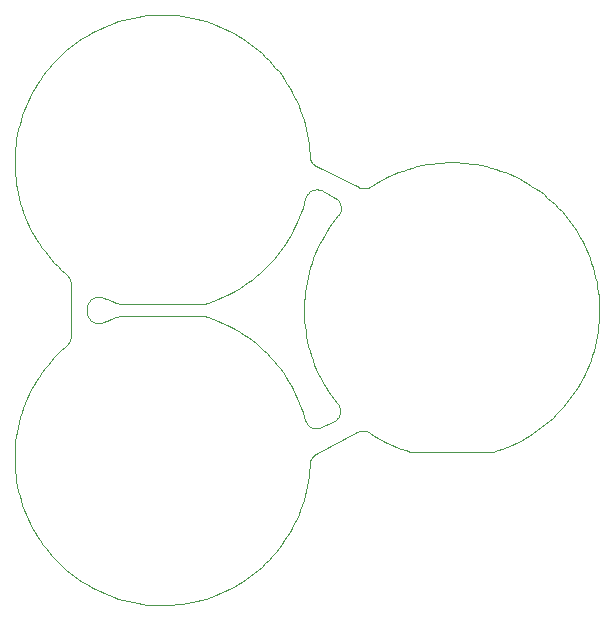
<source format=gko>
%MOIN*%
%OFA0B0*%
%FSLAX44Y44*%
%IPPOS*%
%LPD*%
%ADD10C,0*%
D10*
X00009837Y00004712D02*
X00009837Y00004712D01*
X00009838Y00004733D01*
X00009841Y00004753D01*
X00009844Y00004773D01*
X00009849Y00004793D01*
X00009854Y00004813D01*
X00009861Y00004833D01*
X00009869Y00004852D01*
X00009877Y00004870D01*
X00009887Y00004889D01*
X00009897Y00004906D01*
X00009909Y00004923D01*
X00009921Y00004940D01*
X00009934Y00004956D01*
X00009948Y00004971D01*
X00009963Y00004985D01*
X00009978Y00004999D01*
X00009994Y00005011D01*
X00010011Y00005023D01*
X00010028Y00005034D01*
X00010046Y00005044D01*
X00011426Y00005774D01*
X00011445Y00005783D01*
X00011465Y00005792D01*
X00011485Y00005799D01*
X00011505Y00005805D01*
X00011526Y00005810D01*
X00011547Y00005814D01*
X00011568Y00005817D01*
X00011590Y00005819D01*
X00011611Y00005819D01*
X00011633Y00005819D01*
X00011654Y00005817D01*
X00011675Y00005814D01*
X00011696Y00005810D01*
X00011717Y00005804D01*
X00011738Y00005798D01*
X00011758Y00005791D01*
X00011777Y00005782D01*
X00011796Y00005772D01*
X00011815Y00005762D01*
X00011833Y00005750D01*
X00011845Y00005742D01*
X00011984Y00005653D01*
X00012126Y00005568D01*
X00012271Y00005489D01*
X00012419Y00005414D01*
X00012569Y00005344D01*
X00012721Y00005280D01*
X00012876Y00005220D01*
X00013032Y00005166D01*
X00013190Y00005117D01*
X00015944Y00005118D01*
X00015944Y00005118D01*
X00016102Y00005167D01*
X00016259Y00005221D01*
X00016413Y00005280D01*
X00016565Y00005345D01*
X00016715Y00005415D01*
X00016863Y00005490D01*
X00017008Y00005569D01*
X00017150Y00005654D01*
X00017290Y00005743D01*
X00017426Y00005837D01*
X00017559Y00005935D01*
X00017689Y00006038D01*
X00017815Y00006145D01*
X00017937Y00006256D01*
X00018056Y00006372D01*
X00018171Y00006491D01*
X00018281Y00006614D01*
X00018388Y00006741D01*
X00018490Y00006871D01*
X00018587Y00007005D01*
X00018680Y00007141D01*
X00018769Y00007281D01*
X00018853Y00007424D01*
X00018931Y00007569D01*
X00019005Y00007717D01*
X00019074Y00007868D01*
X00019138Y00008020D01*
X00019197Y00008175D01*
X00019250Y00008332D01*
X00019298Y00008490D01*
X00019341Y00008650D01*
X00019378Y00008811D01*
X00019410Y00008973D01*
X00019437Y00009137D01*
X00019458Y00009301D01*
X00019473Y00009466D01*
X00019483Y00009631D01*
X00019487Y00009796D01*
X00019486Y00009962D01*
X00019479Y00010127D01*
X00019467Y00010292D01*
X00019449Y00010456D01*
X00019426Y00010620D01*
X00019397Y00010783D01*
X00019362Y00010945D01*
X00019323Y00011106D01*
X00019278Y00011265D01*
X00019227Y00011422D01*
X00019171Y00011578D01*
X00019110Y00011732D01*
X00019044Y00011884D01*
X00018973Y00012033D01*
X00018897Y00012180D01*
X00018816Y00012324D01*
X00018730Y00012466D01*
X00018639Y00012604D01*
X00018544Y00012739D01*
X00018445Y00012872D01*
X00018341Y00013000D01*
X00018232Y00013125D01*
X00018120Y00013247D01*
X00018003Y00013364D01*
X00017883Y00013478D01*
X00017759Y00013587D01*
X00017631Y00013692D01*
X00017500Y00013793D01*
X00017366Y00013890D01*
X00017228Y00013981D01*
X00017087Y00014069D01*
X00016944Y00014151D01*
X00016798Y00014228D01*
X00016649Y00014301D01*
X00016498Y00014368D01*
X00016345Y00014431D01*
X00016189Y00014488D01*
X00016032Y00014540D01*
X00015873Y00014587D01*
X00015713Y00014628D01*
X00015552Y00014664D01*
X00015389Y00014694D01*
X00015225Y00014719D01*
X00015061Y00014738D01*
X00014896Y00014752D01*
X00014731Y00014761D01*
X00014566Y00014763D01*
X00014400Y00014760D01*
X00014235Y00014752D01*
X00014070Y00014738D01*
X00013906Y00014719D01*
X00013742Y00014694D01*
X00013579Y00014663D01*
X00013418Y00014627D01*
X00013258Y00014586D01*
X00013099Y00014539D01*
X00012942Y00014487D01*
X00012787Y00014430D01*
X00012633Y00014368D01*
X00012482Y00014300D01*
X00012334Y00014228D01*
X00012188Y00014150D01*
X00012044Y00014068D01*
X00011903Y00013981D01*
X00011870Y00013958D01*
X00011852Y00013947D01*
X00011834Y00013937D01*
X00011816Y00013928D01*
X00011797Y00013920D01*
X00011777Y00013913D01*
X00011758Y00013906D01*
X00011738Y00013901D01*
X00011718Y00013897D01*
X00011697Y00013894D01*
X00011677Y00013893D01*
X00011656Y00013892D01*
X00011635Y00013892D01*
X00011615Y00013893D01*
X00011594Y00013896D01*
X00011574Y00013899D01*
X00011554Y00013904D01*
X00011534Y00013909D01*
X00011515Y00013916D01*
X00011495Y00013924D01*
X00011477Y00013932D01*
X00010056Y00014633D01*
X00010037Y00014643D01*
X00010019Y00014654D01*
X00010002Y00014666D01*
X00009985Y00014678D01*
X00009969Y00014692D01*
X00009954Y00014706D01*
X00009939Y00014722D01*
X00009925Y00014738D01*
X00009912Y00014754D01*
X00009900Y00014772D01*
X00009889Y00014790D01*
X00009879Y00014808D01*
X00009870Y00014827D01*
X00009862Y00014847D01*
X00009855Y00014867D01*
X00009849Y00014887D01*
X00009845Y00014908D01*
X00009841Y00014928D01*
X00009838Y00014949D01*
X00009837Y00014970D01*
X00009834Y00015048D01*
X00009821Y00015213D01*
X00009804Y00015378D01*
X00009780Y00015541D01*
X00009751Y00015704D01*
X00009717Y00015866D01*
X00009677Y00016027D01*
X00009632Y00016186D01*
X00009581Y00016344D01*
X00009526Y00016499D01*
X00009465Y00016653D01*
X00009399Y00016805D01*
X00009327Y00016954D01*
X00009251Y00017101D01*
X00009170Y00017245D01*
X00009084Y00017387D01*
X00008994Y00017525D01*
X00008899Y00017661D01*
X00008799Y00017793D01*
X00008695Y00017921D01*
X00008587Y00018047D01*
X00008474Y00018168D01*
X00008358Y00018285D01*
X00008237Y00018399D01*
X00008113Y00018508D01*
X00007986Y00018614D01*
X00007854Y00018715D01*
X00007720Y00018811D01*
X00007582Y00018903D01*
X00007442Y00018990D01*
X00007298Y00019072D01*
X00007152Y00019150D01*
X00007003Y00019222D01*
X00006852Y00019290D01*
X00006699Y00019352D01*
X00006544Y00019409D01*
X00006387Y00019461D01*
X00006228Y00019508D01*
X00006068Y00019549D01*
X00005906Y00019585D01*
X00005743Y00019615D01*
X00005580Y00019640D01*
X00005415Y00019660D01*
X00005251Y00019673D01*
X00005085Y00019682D01*
X00004920Y00019685D01*
X00004754Y00019682D01*
X00004589Y00019673D01*
X00004424Y00019659D01*
X00004260Y00019640D01*
X00004096Y00019615D01*
X00003934Y00019585D01*
X00003772Y00019549D01*
X00003612Y00019507D01*
X00003453Y00019461D01*
X00003296Y00019409D01*
X00003141Y00019351D01*
X00002988Y00019289D01*
X00002837Y00019221D01*
X00002688Y00019149D01*
X00002542Y00019071D01*
X00002398Y00018989D01*
X00002258Y00018902D01*
X00002120Y00018810D01*
X00001986Y00018713D01*
X00001855Y00018613D01*
X00001727Y00018507D01*
X00001603Y00018398D01*
X00001483Y00018284D01*
X00001366Y00018167D01*
X00001254Y00018045D01*
X00001145Y00017920D01*
X00001041Y00017791D01*
X00000942Y00017659D01*
X00000847Y00017524D01*
X00000756Y00017385D01*
X00000670Y00017244D01*
X00000589Y00017100D01*
X00000513Y00016953D01*
X00000442Y00016803D01*
X00000376Y00016652D01*
X00000315Y00016498D01*
X00000260Y00016342D01*
X00000209Y00016184D01*
X00000164Y00016025D01*
X00000124Y00015865D01*
X00000090Y00015703D01*
X00000061Y00015540D01*
X00000038Y00015376D01*
X00000020Y00015211D01*
X00000008Y00015046D01*
X00000001Y00014881D01*
X00000000Y00014716D01*
X00000004Y00014550D01*
X00000014Y00014385D01*
X00000030Y00014220D01*
X00000051Y00014056D01*
X00000077Y00013893D01*
X00000109Y00013731D01*
X00000147Y00013569D01*
X00000189Y00013410D01*
X00000238Y00013251D01*
X00000291Y00013095D01*
X00000350Y00012940D01*
X00000414Y00012787D01*
X00000483Y00012637D01*
X00000557Y00012489D01*
X00000635Y00012344D01*
X00000719Y00012201D01*
X00000808Y00012061D01*
X00000901Y00011924D01*
X00000999Y00011791D01*
X00001101Y00011661D01*
X00001207Y00011534D01*
X00001318Y00011411D01*
X00001433Y00011292D01*
X00001551Y00011176D01*
X00001674Y00011065D01*
X00001730Y00011017D01*
X00001730Y00011017D01*
X00001743Y00011006D01*
X00001756Y00010994D01*
X00001767Y00010981D01*
X00001778Y00010969D01*
X00001789Y00010955D01*
X00001799Y00010941D01*
X00001809Y00010927D01*
X00001817Y00010913D01*
X00001826Y00010898D01*
X00001833Y00010882D01*
X00001840Y00010867D01*
X00001846Y00010851D01*
X00001851Y00010835D01*
X00001856Y00010818D01*
X00001860Y00010802D01*
X00001864Y00010785D01*
X00001866Y00010768D01*
X00001868Y00010751D01*
X00001869Y00010734D01*
X00001869Y00010717D01*
X00001869Y00008967D01*
X00001869Y00008950D01*
X00001868Y00008933D01*
X00001866Y00008916D01*
X00001863Y00008899D01*
X00001860Y00008882D01*
X00001856Y00008866D01*
X00001851Y00008849D01*
X00001846Y00008833D01*
X00001840Y00008817D01*
X00001833Y00008802D01*
X00001825Y00008786D01*
X00001817Y00008771D01*
X00001808Y00008757D01*
X00001799Y00008743D01*
X00001789Y00008729D01*
X00001778Y00008715D01*
X00001767Y00008703D01*
X00001755Y00008690D01*
X00001743Y00008678D01*
X00001730Y00008667D01*
X00001672Y00008618D01*
X00001550Y00008506D01*
X00001431Y00008391D01*
X00001317Y00008272D01*
X00001206Y00008149D01*
X00001100Y00008022D01*
X00000998Y00007892D01*
X00000900Y00007758D01*
X00000807Y00007621D01*
X00000718Y00007482D01*
X00000635Y00007339D01*
X00000556Y00007193D01*
X00000482Y00007045D01*
X00000413Y00006895D01*
X00000349Y00006742D01*
X00000290Y00006588D01*
X00000237Y00006431D01*
X00000189Y00006273D01*
X00000146Y00006113D01*
X00000109Y00005952D01*
X00000077Y00005789D01*
X00000050Y00005626D01*
X00000029Y00005462D01*
X00000014Y00005297D01*
X00000004Y00005132D01*
X00000000Y00004967D01*
X00000001Y00004801D01*
X00000008Y00004636D01*
X00000020Y00004471D01*
X00000038Y00004306D01*
X00000061Y00004143D01*
X00000090Y00003980D01*
X00000125Y00003818D01*
X00000164Y00003657D01*
X00000210Y00003498D01*
X00000260Y00003340D01*
X00000316Y00003185D01*
X00000377Y00003031D01*
X00000443Y00002879D01*
X00000514Y00002730D01*
X00000590Y00002583D01*
X00000671Y00002439D01*
X00000757Y00002297D01*
X00000848Y00002159D01*
X00000943Y00002023D01*
X00001043Y00001891D01*
X00001147Y00001763D01*
X00001255Y00001637D01*
X00001367Y00001516D01*
X00001484Y00001399D01*
X00001604Y00001285D01*
X00001728Y00001176D01*
X00001856Y00001070D01*
X00001987Y00000970D01*
X00002122Y00000873D01*
X00002259Y00000781D01*
X00002400Y00000694D01*
X00002543Y00000612D01*
X00002690Y00000534D01*
X00002838Y00000462D01*
X00002989Y00000394D01*
X00003143Y00000332D01*
X00003298Y00000275D01*
X00003455Y00000223D01*
X00003614Y00000176D01*
X00003774Y00000135D01*
X00003936Y00000099D01*
X00004098Y00000069D01*
X00004262Y00000044D01*
X00004426Y00000024D01*
X00004591Y00000011D01*
X00004756Y00000002D01*
X00004922Y00000000D01*
X00005087Y00000002D01*
X00005252Y00000011D01*
X00005417Y00000025D01*
X00005582Y00000044D01*
X00005745Y00000069D01*
X00005908Y00000099D01*
X00006069Y00000135D01*
X00006229Y00000177D01*
X00006388Y00000223D01*
X00006545Y00000275D01*
X00006701Y00000333D01*
X00006854Y00000395D01*
X00007005Y00000463D01*
X00007153Y00000535D01*
X00007300Y00000613D01*
X00007443Y00000695D01*
X00007584Y00000782D01*
X00007721Y00000874D01*
X00007856Y00000971D01*
X00007987Y00001071D01*
X00008115Y00001177D01*
X00008239Y00001286D01*
X00008359Y00001400D01*
X00008475Y00001517D01*
X00008588Y00001639D01*
X00008696Y00001764D01*
X00008800Y00001893D01*
X00008900Y00002025D01*
X00008995Y00002160D01*
X00009085Y00002299D01*
X00009171Y00002440D01*
X00009252Y00002584D01*
X00009328Y00002731D01*
X00009399Y00002881D01*
X00009465Y00003032D01*
X00009526Y00003186D01*
X00009582Y00003342D01*
X00009632Y00003500D01*
X00009677Y00003659D01*
X00009717Y00003819D01*
X00009752Y00003981D01*
X00009780Y00004144D01*
X00009804Y00004308D01*
X00009822Y00004473D01*
X00009834Y00004638D01*
X00009837Y00004712D01*
X00010755Y00006729D02*
X00010755Y00006729D01*
X00010777Y00006700D01*
X00010797Y00006669D01*
X00010813Y00006637D01*
X00010826Y00006603D01*
X00010837Y00006569D01*
X00010844Y00006533D01*
X00010847Y00006497D01*
X00010848Y00006461D01*
X00010845Y00006425D01*
X00010838Y00006390D01*
X00010829Y00006355D01*
X00010816Y00006321D01*
X00010801Y00006288D01*
X00010782Y00006257D01*
X00010761Y00006228D01*
X00010737Y00006201D01*
X00010710Y00006176D01*
X00010682Y00006154D01*
X00010651Y00006135D01*
X00010619Y00006118D01*
X00010221Y00005934D01*
X00010189Y00005921D01*
X00010156Y00005910D01*
X00010123Y00005903D01*
X00010089Y00005899D01*
X00010054Y00005897D01*
X00010020Y00005899D01*
X00009986Y00005903D01*
X00009953Y00005911D01*
X00009920Y00005921D01*
X00009888Y00005934D01*
X00009858Y00005950D01*
X00009829Y00005969D01*
X00009802Y00005990D01*
X00009777Y00006013D01*
X00009754Y00006038D01*
X00009733Y00006065D01*
X00009714Y00006094D01*
X00009698Y00006125D01*
X00009685Y00006156D01*
X00009675Y00006189D01*
X00009652Y00006274D01*
X00009604Y00006433D01*
X00009551Y00006589D01*
X00009492Y00006744D01*
X00009428Y00006897D01*
X00009359Y00007047D01*
X00009285Y00007195D01*
X00009206Y00007340D01*
X00009122Y00007483D01*
X00009034Y00007623D01*
X00008941Y00007760D01*
X00008843Y00007893D01*
X00008741Y00008023D01*
X00008634Y00008150D01*
X00008524Y00008273D01*
X00008409Y00008392D01*
X00008290Y00008508D01*
X00008168Y00008619D01*
X00008042Y00008726D01*
X00007912Y00008829D01*
X00007779Y00008927D01*
X00007643Y00009021D01*
X00007503Y00009110D01*
X00007361Y00009194D01*
X00007216Y00009274D01*
X00007068Y00009349D01*
X00006918Y00009418D01*
X00006766Y00009483D01*
X00006611Y00009542D01*
X00006455Y00009597D01*
X00006297Y00009646D01*
X00003543Y00009645D01*
X00003543Y00009645D01*
X00003385Y00009596D01*
X00003228Y00009542D01*
X00003074Y00009482D01*
X00002958Y00009433D01*
X00002958Y00009433D01*
X00002921Y00009420D01*
X00002884Y00009410D01*
X00002846Y00009404D01*
X00002807Y00009402D01*
X00002768Y00009403D01*
X00002729Y00009409D01*
X00002692Y00009418D01*
X00002655Y00009431D01*
X00002620Y00009448D01*
X00002587Y00009467D01*
X00002555Y00009490D01*
X00002526Y00009516D01*
X00002500Y00009545D01*
X00002477Y00009576D01*
X00002457Y00009610D01*
X00002440Y00009645D01*
X00002427Y00009681D01*
X00002418Y00009719D01*
X00002412Y00009757D01*
X00002410Y00009796D01*
X00002411Y00009889D01*
X00002413Y00009928D01*
X00002418Y00009966D01*
X00002428Y00010004D01*
X00002441Y00010040D01*
X00002458Y00010075D01*
X00002478Y00010108D01*
X00002501Y00010139D01*
X00002527Y00010168D01*
X00002556Y00010194D01*
X00002587Y00010217D01*
X00002620Y00010237D01*
X00002656Y00010253D01*
X00002692Y00010266D01*
X00002730Y00010275D01*
X00002768Y00010281D01*
X00002807Y00010282D01*
X00002846Y00010280D01*
X00002884Y00010274D01*
X00002922Y00010264D01*
X00002958Y00010251D01*
X00003076Y00010201D01*
X00003230Y00010142D01*
X00003386Y00010087D01*
X00003544Y00010038D01*
X00006299Y00010039D01*
X00006299Y00010039D01*
X00006457Y00010088D01*
X00006613Y00010142D01*
X00006767Y00010202D01*
X00006920Y00010266D01*
X00007070Y00010336D01*
X00007217Y00010411D01*
X00007362Y00010490D01*
X00007505Y00010575D01*
X00007644Y00010664D01*
X00007780Y00010758D01*
X00007913Y00010856D01*
X00008043Y00010959D01*
X00008169Y00011066D01*
X00008292Y00011178D01*
X00008410Y00011293D01*
X00008525Y00011412D01*
X00008635Y00011535D01*
X00008742Y00011662D01*
X00008844Y00011792D01*
X00008942Y00011926D01*
X00009035Y00012063D01*
X00009123Y00012202D01*
X00009207Y00012345D01*
X00009286Y00012491D01*
X00009360Y00012639D01*
X00009429Y00012789D01*
X00009492Y00012942D01*
X00009551Y00013096D01*
X00009605Y00013253D01*
X00009653Y00013411D01*
X00009694Y00013567D01*
X00009705Y00013601D01*
X00009719Y00013634D01*
X00009736Y00013665D01*
X00009755Y00013695D01*
X00009777Y00013723D01*
X00009802Y00013749D01*
X00009829Y00013772D01*
X00009857Y00013793D01*
X00009888Y00013812D01*
X00009920Y00013827D01*
X00009953Y00013840D01*
X00009988Y00013849D01*
X00010023Y00013855D01*
X00010058Y00013858D01*
X00010094Y00013858D01*
X00010130Y00013855D01*
X00010165Y00013848D01*
X00010199Y00013839D01*
X00010232Y00013826D01*
X00010264Y00013810D01*
X00010671Y00013587D01*
X00010700Y00013569D01*
X00010728Y00013549D01*
X00010754Y00013526D01*
X00010777Y00013501D01*
X00010799Y00013474D01*
X00010818Y00013445D01*
X00010835Y00013415D01*
X00010848Y00013384D01*
X00010859Y00013351D01*
X00010867Y00013318D01*
X00010873Y00013284D01*
X00010875Y00013249D01*
X00010874Y00013215D01*
X00010870Y00013181D01*
X00010863Y00013147D01*
X00010854Y00013114D01*
X00010841Y00013082D01*
X00010826Y00013051D01*
X00010808Y00013022D01*
X00010787Y00012994D01*
X00010687Y00012870D01*
X00010588Y00012738D01*
X00010492Y00012603D01*
X00010402Y00012464D01*
X00010316Y00012323D01*
X00010235Y00012178D01*
X00010159Y00012031D01*
X00010088Y00011882D01*
X00010022Y00011730D01*
X00009961Y00011576D01*
X00009905Y00011421D01*
X00009855Y00011263D01*
X00009810Y00011104D01*
X00009770Y00010943D01*
X00009736Y00010781D01*
X00009707Y00010618D01*
X00009683Y00010455D01*
X00009666Y00010290D01*
X00009653Y00010125D01*
X00009647Y00009960D01*
X00009645Y00009794D01*
X00009650Y00009629D01*
X00009660Y00009464D01*
X00009675Y00009299D01*
X00009696Y00009135D01*
X00009723Y00008972D01*
X00009755Y00008809D01*
X00009792Y00008648D01*
X00009835Y00008488D01*
X00009883Y00008330D01*
X00009937Y00008173D01*
X00009995Y00008019D01*
X00010059Y00007866D01*
X00010128Y00007716D01*
X00010202Y00007568D01*
X00010281Y00007422D01*
X00010365Y00007280D01*
X00010453Y00007140D01*
X00010547Y00007003D01*
X00010644Y00006870D01*
X00010746Y00006739D01*
X00010755Y00006729D01*
M02*
</source>
